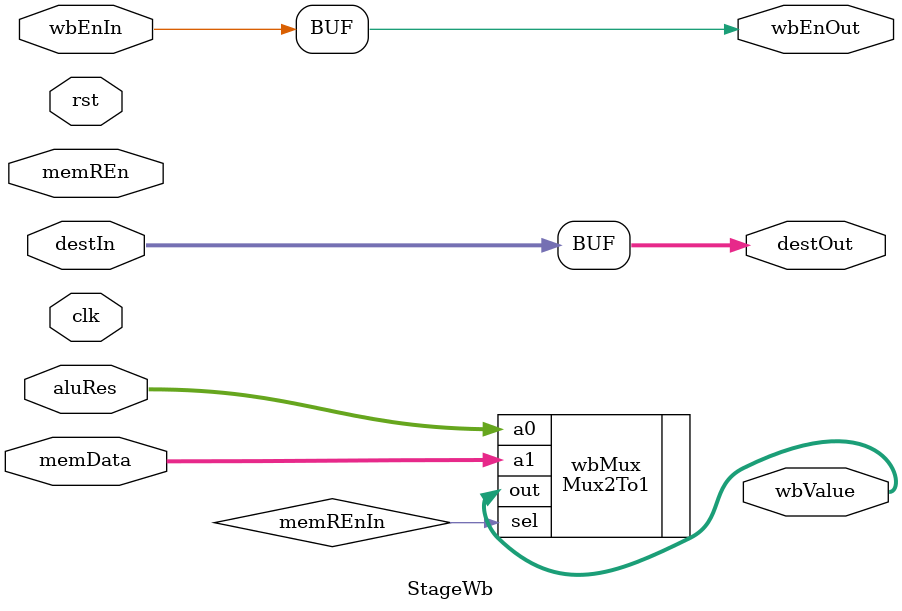
<source format=v>
module StageWb(
    input clk, rst,
    input wbEnIn, memREn,
    input [31:0] aluRes, memData,
    input [3:0] destIn,
    output wbEnOut,
    output [31:0] wbValue,
    output [3:0] destOut
);
    assign wbEnOut = wbEnIn;
    assign destOut = destIn;

    Mux2To1 #(32) wbMux(
        .a0(aluRes),
        .a1(memData),
        .sel(memREnIn),
        .out(wbValue)
    );
endmodule

</source>
